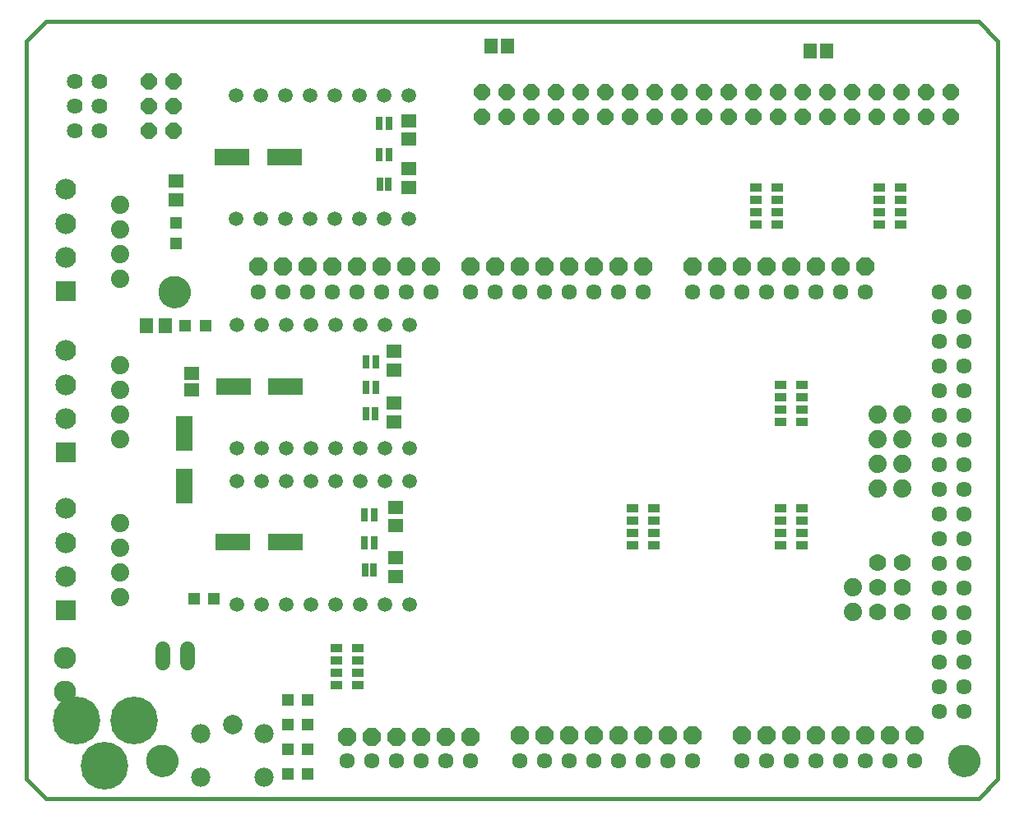
<source format=gts>
G75*
G70*
%OFA0B0*%
%FSLAX24Y24*%
%IPPOS*%
%LPD*%
%AMOC8*
5,1,8,0,0,1.08239X$1,22.5*
%
%ADD10C,0.0160*%
%ADD11C,0.0634*%
%ADD12C,0.0000*%
%ADD13C,0.1300*%
%ADD14R,0.0512X0.0512*%
%ADD15R,0.0670X0.1418*%
%ADD16R,0.0631X0.0552*%
%ADD17C,0.0740*%
%ADD18C,0.0594*%
%ADD19C,0.0640*%
%ADD20R,0.1418X0.0670*%
%ADD21C,0.1930*%
%ADD22C,0.0600*%
%ADD23R,0.0552X0.0631*%
%ADD24R,0.0840X0.0840*%
%ADD25C,0.0840*%
%ADD26C,0.0900*%
%ADD27C,0.0780*%
%ADD28R,0.0473X0.0335*%
%ADD29OC8,0.0740*%
%ADD30C,0.0700*%
%ADD31OC8,0.0640*%
%ADD32R,0.0290X0.0540*%
%ADD33C,0.0790*%
D10*
X003160Y001147D02*
X003947Y000359D01*
X041743Y000359D01*
X042530Y001147D01*
X042530Y031068D01*
X041743Y031855D01*
X003947Y031855D01*
X003160Y031068D01*
X003160Y001147D01*
D11*
X016160Y001891D03*
X017160Y001891D03*
X018160Y001891D03*
X019160Y001891D03*
X020160Y001891D03*
X021160Y001891D03*
X023160Y001891D03*
X024160Y001891D03*
X025160Y001891D03*
X026160Y001891D03*
X027160Y001891D03*
X028160Y001891D03*
X029160Y001891D03*
X030160Y001891D03*
X032160Y001891D03*
X033160Y001891D03*
X034160Y001891D03*
X035160Y001891D03*
X036160Y001891D03*
X037160Y001891D03*
X038160Y001891D03*
X039160Y001891D03*
X040160Y003891D03*
X041160Y003891D03*
X041160Y004891D03*
X040160Y004891D03*
X040160Y005891D03*
X041160Y005891D03*
X041160Y006891D03*
X040160Y006891D03*
X040160Y007891D03*
X041160Y007891D03*
X041160Y008891D03*
X040160Y008891D03*
X040160Y009891D03*
X041160Y009891D03*
X041160Y010891D03*
X040160Y010891D03*
X040160Y011891D03*
X041160Y011891D03*
X041160Y012891D03*
X040160Y012891D03*
X040160Y013891D03*
X041160Y013891D03*
X041160Y014891D03*
X040160Y014891D03*
X040160Y015891D03*
X041160Y015891D03*
X041160Y016891D03*
X040160Y016891D03*
X040160Y017891D03*
X041160Y017891D03*
X041160Y018891D03*
X040160Y018891D03*
X040160Y019891D03*
X041160Y019891D03*
X041160Y020891D03*
X040160Y020891D03*
X037160Y020891D03*
X036160Y020891D03*
X035160Y020891D03*
X034160Y020891D03*
X033160Y020891D03*
X032160Y020891D03*
X031160Y020891D03*
X030160Y020891D03*
X028160Y020891D03*
X027160Y020891D03*
X026160Y020891D03*
X025160Y020891D03*
X024160Y020891D03*
X023160Y020891D03*
X022160Y020891D03*
X021160Y020891D03*
X019560Y020891D03*
X018560Y020891D03*
X017560Y020891D03*
X016560Y020891D03*
X015560Y020891D03*
X014560Y020891D03*
X013560Y020891D03*
X012560Y020891D03*
D12*
X008530Y020891D02*
X008532Y020941D01*
X008538Y020991D01*
X008548Y021040D01*
X008562Y021088D01*
X008579Y021135D01*
X008600Y021180D01*
X008625Y021224D01*
X008653Y021265D01*
X008685Y021304D01*
X008719Y021341D01*
X008756Y021375D01*
X008796Y021405D01*
X008838Y021432D01*
X008882Y021456D01*
X008928Y021477D01*
X008975Y021493D01*
X009023Y021506D01*
X009073Y021515D01*
X009122Y021520D01*
X009173Y021521D01*
X009223Y021518D01*
X009272Y021511D01*
X009321Y021500D01*
X009369Y021485D01*
X009415Y021467D01*
X009460Y021445D01*
X009503Y021419D01*
X009544Y021390D01*
X009583Y021358D01*
X009619Y021323D01*
X009651Y021285D01*
X009681Y021245D01*
X009708Y021202D01*
X009731Y021158D01*
X009750Y021112D01*
X009766Y021064D01*
X009778Y021015D01*
X009786Y020966D01*
X009790Y020916D01*
X009790Y020866D01*
X009786Y020816D01*
X009778Y020767D01*
X009766Y020718D01*
X009750Y020670D01*
X009731Y020624D01*
X009708Y020580D01*
X009681Y020537D01*
X009651Y020497D01*
X009619Y020459D01*
X009583Y020424D01*
X009544Y020392D01*
X009503Y020363D01*
X009460Y020337D01*
X009415Y020315D01*
X009369Y020297D01*
X009321Y020282D01*
X009272Y020271D01*
X009223Y020264D01*
X009173Y020261D01*
X009122Y020262D01*
X009073Y020267D01*
X009023Y020276D01*
X008975Y020289D01*
X008928Y020305D01*
X008882Y020326D01*
X008838Y020350D01*
X008796Y020377D01*
X008756Y020407D01*
X008719Y020441D01*
X008685Y020478D01*
X008653Y020517D01*
X008625Y020558D01*
X008600Y020602D01*
X008579Y020647D01*
X008562Y020694D01*
X008548Y020742D01*
X008538Y020791D01*
X008532Y020841D01*
X008530Y020891D01*
X008030Y001891D02*
X008032Y001941D01*
X008038Y001991D01*
X008048Y002040D01*
X008062Y002088D01*
X008079Y002135D01*
X008100Y002180D01*
X008125Y002224D01*
X008153Y002265D01*
X008185Y002304D01*
X008219Y002341D01*
X008256Y002375D01*
X008296Y002405D01*
X008338Y002432D01*
X008382Y002456D01*
X008428Y002477D01*
X008475Y002493D01*
X008523Y002506D01*
X008573Y002515D01*
X008622Y002520D01*
X008673Y002521D01*
X008723Y002518D01*
X008772Y002511D01*
X008821Y002500D01*
X008869Y002485D01*
X008915Y002467D01*
X008960Y002445D01*
X009003Y002419D01*
X009044Y002390D01*
X009083Y002358D01*
X009119Y002323D01*
X009151Y002285D01*
X009181Y002245D01*
X009208Y002202D01*
X009231Y002158D01*
X009250Y002112D01*
X009266Y002064D01*
X009278Y002015D01*
X009286Y001966D01*
X009290Y001916D01*
X009290Y001866D01*
X009286Y001816D01*
X009278Y001767D01*
X009266Y001718D01*
X009250Y001670D01*
X009231Y001624D01*
X009208Y001580D01*
X009181Y001537D01*
X009151Y001497D01*
X009119Y001459D01*
X009083Y001424D01*
X009044Y001392D01*
X009003Y001363D01*
X008960Y001337D01*
X008915Y001315D01*
X008869Y001297D01*
X008821Y001282D01*
X008772Y001271D01*
X008723Y001264D01*
X008673Y001261D01*
X008622Y001262D01*
X008573Y001267D01*
X008523Y001276D01*
X008475Y001289D01*
X008428Y001305D01*
X008382Y001326D01*
X008338Y001350D01*
X008296Y001377D01*
X008256Y001407D01*
X008219Y001441D01*
X008185Y001478D01*
X008153Y001517D01*
X008125Y001558D01*
X008100Y001602D01*
X008079Y001647D01*
X008062Y001694D01*
X008048Y001742D01*
X008038Y001791D01*
X008032Y001841D01*
X008030Y001891D01*
X040530Y001891D02*
X040532Y001941D01*
X040538Y001991D01*
X040548Y002040D01*
X040562Y002088D01*
X040579Y002135D01*
X040600Y002180D01*
X040625Y002224D01*
X040653Y002265D01*
X040685Y002304D01*
X040719Y002341D01*
X040756Y002375D01*
X040796Y002405D01*
X040838Y002432D01*
X040882Y002456D01*
X040928Y002477D01*
X040975Y002493D01*
X041023Y002506D01*
X041073Y002515D01*
X041122Y002520D01*
X041173Y002521D01*
X041223Y002518D01*
X041272Y002511D01*
X041321Y002500D01*
X041369Y002485D01*
X041415Y002467D01*
X041460Y002445D01*
X041503Y002419D01*
X041544Y002390D01*
X041583Y002358D01*
X041619Y002323D01*
X041651Y002285D01*
X041681Y002245D01*
X041708Y002202D01*
X041731Y002158D01*
X041750Y002112D01*
X041766Y002064D01*
X041778Y002015D01*
X041786Y001966D01*
X041790Y001916D01*
X041790Y001866D01*
X041786Y001816D01*
X041778Y001767D01*
X041766Y001718D01*
X041750Y001670D01*
X041731Y001624D01*
X041708Y001580D01*
X041681Y001537D01*
X041651Y001497D01*
X041619Y001459D01*
X041583Y001424D01*
X041544Y001392D01*
X041503Y001363D01*
X041460Y001337D01*
X041415Y001315D01*
X041369Y001297D01*
X041321Y001282D01*
X041272Y001271D01*
X041223Y001264D01*
X041173Y001261D01*
X041122Y001262D01*
X041073Y001267D01*
X041023Y001276D01*
X040975Y001289D01*
X040928Y001305D01*
X040882Y001326D01*
X040838Y001350D01*
X040796Y001377D01*
X040756Y001407D01*
X040719Y001441D01*
X040685Y001478D01*
X040653Y001517D01*
X040625Y001558D01*
X040600Y001602D01*
X040579Y001647D01*
X040562Y001694D01*
X040548Y001742D01*
X040538Y001791D01*
X040532Y001841D01*
X040530Y001891D01*
D13*
X041160Y001891D03*
X009160Y020891D03*
X008660Y001891D03*
D14*
X013747Y002359D03*
X014573Y002359D03*
X014573Y001359D03*
X013747Y001359D03*
X013747Y003359D03*
X014573Y003359D03*
X014573Y004359D03*
X013747Y004359D03*
X010773Y008459D03*
X009947Y008459D03*
X009597Y019509D03*
X010423Y019509D03*
X009210Y022846D03*
X009210Y023673D03*
D15*
X009551Y015160D03*
X009551Y013034D03*
D16*
X009866Y016919D03*
X009866Y017588D03*
X018060Y017735D03*
X018060Y018483D03*
X018060Y016383D03*
X018060Y015635D03*
X018123Y012160D03*
X018123Y011412D03*
X018118Y010115D03*
X018118Y009367D03*
X009210Y024635D03*
X009210Y025383D03*
X018660Y025135D03*
X018660Y025883D03*
X018660Y027085D03*
X018660Y027833D03*
D17*
X006960Y024409D03*
X006960Y023409D03*
X006960Y022409D03*
X006960Y021409D03*
X006960Y017925D03*
X006960Y016925D03*
X006960Y015925D03*
X006960Y014925D03*
X006960Y011528D03*
X006960Y010528D03*
X006960Y009528D03*
X006960Y008528D03*
X036660Y008909D03*
X036660Y007909D03*
X037660Y012909D03*
X038660Y012909D03*
X038660Y013909D03*
X037660Y013909D03*
X037660Y014909D03*
X038660Y014909D03*
X038660Y015909D03*
X037660Y015909D03*
D18*
X018688Y014556D03*
X017688Y014556D03*
X016688Y014556D03*
X015688Y014556D03*
X014688Y014556D03*
X013688Y014556D03*
X012688Y014556D03*
X011688Y014556D03*
X011707Y013237D03*
X012707Y013237D03*
X013707Y013237D03*
X014707Y013237D03*
X015707Y013237D03*
X016707Y013237D03*
X017707Y013237D03*
X018707Y013237D03*
X018707Y008237D03*
X017707Y008237D03*
X016707Y008237D03*
X015707Y008237D03*
X014707Y008237D03*
X013707Y008237D03*
X012707Y008237D03*
X011707Y008237D03*
X011688Y019556D03*
X012688Y019556D03*
X013688Y019556D03*
X014688Y019556D03*
X015688Y019556D03*
X016688Y019556D03*
X017688Y019556D03*
X018688Y019556D03*
X018660Y023859D03*
X017660Y023859D03*
X016660Y023859D03*
X015660Y023859D03*
X014660Y023859D03*
X013660Y023859D03*
X012660Y023859D03*
X011660Y023859D03*
X011660Y028859D03*
X012660Y028859D03*
X013660Y028859D03*
X014660Y028859D03*
X015660Y028859D03*
X016660Y028859D03*
X017660Y028859D03*
X018660Y028859D03*
D19*
X006126Y028406D03*
X005126Y028406D03*
X005126Y029406D03*
X006126Y029406D03*
X006126Y027406D03*
X005126Y027406D03*
D20*
X011497Y026359D03*
X013623Y026359D03*
X013673Y017056D03*
X011547Y017056D03*
X011519Y010740D03*
X013645Y010740D03*
D21*
X007514Y003536D03*
X006333Y001686D03*
X005191Y003536D03*
D22*
X008681Y005869D02*
X008681Y006429D01*
X009681Y006429D02*
X009681Y005869D01*
D23*
X008784Y019509D03*
X008036Y019509D03*
X021975Y030859D03*
X022645Y030859D03*
X034925Y030659D03*
X035595Y030659D03*
D24*
X004760Y020909D03*
X004760Y014375D03*
X004760Y007981D03*
D25*
X004760Y009359D03*
X004760Y010737D03*
X004760Y012115D03*
X004760Y015753D03*
X004760Y017131D03*
X004760Y018509D03*
X004760Y022287D03*
X004760Y023665D03*
X004760Y025043D03*
D26*
X004729Y006067D03*
X004729Y004690D03*
D27*
X010230Y002999D03*
X012790Y002999D03*
X012790Y001219D03*
X010230Y001219D03*
D28*
X015739Y004959D03*
X015739Y005459D03*
X015739Y005959D03*
X015739Y006459D03*
X016581Y006459D03*
X016581Y005959D03*
X016581Y005459D03*
X016581Y004959D03*
X027739Y010609D03*
X027739Y011109D03*
X027739Y011609D03*
X027739Y012109D03*
X028581Y012109D03*
X028581Y011609D03*
X028581Y011109D03*
X028581Y010609D03*
X033739Y010609D03*
X033739Y011109D03*
X033739Y011609D03*
X033739Y012109D03*
X034581Y012109D03*
X034581Y011609D03*
X034581Y011109D03*
X034581Y010609D03*
X034581Y015609D03*
X034581Y016109D03*
X034581Y016609D03*
X034581Y017109D03*
X033739Y017109D03*
X033739Y016609D03*
X033739Y016109D03*
X033739Y015609D03*
X033581Y023609D03*
X033581Y024109D03*
X033581Y024609D03*
X033581Y025109D03*
X032739Y025109D03*
X032739Y024609D03*
X032739Y024109D03*
X032739Y023609D03*
X037739Y023609D03*
X037739Y024109D03*
X037739Y024609D03*
X037739Y025109D03*
X038581Y025109D03*
X038581Y024609D03*
X038581Y024109D03*
X038581Y023609D03*
D29*
X037160Y021909D03*
X036160Y021909D03*
X035160Y021909D03*
X034160Y021909D03*
X033160Y021909D03*
X032160Y021909D03*
X031160Y021909D03*
X030160Y021909D03*
X028160Y021909D03*
X027160Y021909D03*
X026160Y021909D03*
X025160Y021909D03*
X024160Y021909D03*
X023160Y021909D03*
X022160Y021909D03*
X021160Y021909D03*
X019560Y021909D03*
X018560Y021909D03*
X017560Y021909D03*
X016560Y021909D03*
X015560Y021909D03*
X014560Y021909D03*
X013560Y021909D03*
X012560Y021909D03*
X016160Y002859D03*
X017160Y002859D03*
X018160Y002859D03*
X019160Y002859D03*
X020160Y002859D03*
X021160Y002859D03*
X023160Y002909D03*
X024160Y002909D03*
X025160Y002909D03*
X026160Y002909D03*
X027160Y002909D03*
X028160Y002909D03*
X029160Y002909D03*
X030160Y002909D03*
X032160Y002909D03*
X033160Y002909D03*
X034160Y002909D03*
X035160Y002909D03*
X036160Y002909D03*
X037160Y002909D03*
X038160Y002909D03*
X039160Y002909D03*
D30*
X038660Y007909D03*
X037660Y007909D03*
X037660Y008909D03*
X038660Y008909D03*
X038660Y009909D03*
X037660Y009909D03*
D31*
X037617Y027973D03*
X036617Y027973D03*
X035617Y027973D03*
X034617Y027973D03*
X033617Y027973D03*
X032617Y027973D03*
X031617Y027973D03*
X030617Y027973D03*
X029617Y027973D03*
X028617Y027973D03*
X027617Y027973D03*
X026617Y027973D03*
X025617Y027973D03*
X024617Y027973D03*
X023617Y027973D03*
X022617Y027973D03*
X021617Y027973D03*
X021617Y028973D03*
X022617Y028973D03*
X023617Y028973D03*
X024617Y028973D03*
X025617Y028973D03*
X026617Y028973D03*
X027617Y028973D03*
X028617Y028973D03*
X029617Y028973D03*
X030617Y028973D03*
X031617Y028973D03*
X032617Y028973D03*
X033617Y028973D03*
X034617Y028973D03*
X035617Y028973D03*
X036617Y028973D03*
X037617Y028973D03*
X038617Y028973D03*
X039617Y028973D03*
X040617Y028973D03*
X040617Y027973D03*
X039617Y027973D03*
X038617Y027973D03*
X009110Y028409D03*
X008110Y028409D03*
X008110Y027409D03*
X009110Y027409D03*
X009110Y029409D03*
X008110Y029409D03*
D32*
X017460Y027709D03*
X017860Y027709D03*
X017860Y026459D03*
X017460Y026459D03*
X017483Y025259D03*
X017837Y025259D03*
X017310Y018059D03*
X016910Y018059D03*
X016910Y017009D03*
X017310Y017009D03*
X017287Y015959D03*
X016933Y015959D03*
X016860Y011859D03*
X017260Y011859D03*
X017260Y010709D03*
X016860Y010709D03*
X016883Y009609D03*
X017237Y009609D03*
D33*
X011510Y003359D03*
M02*

</source>
